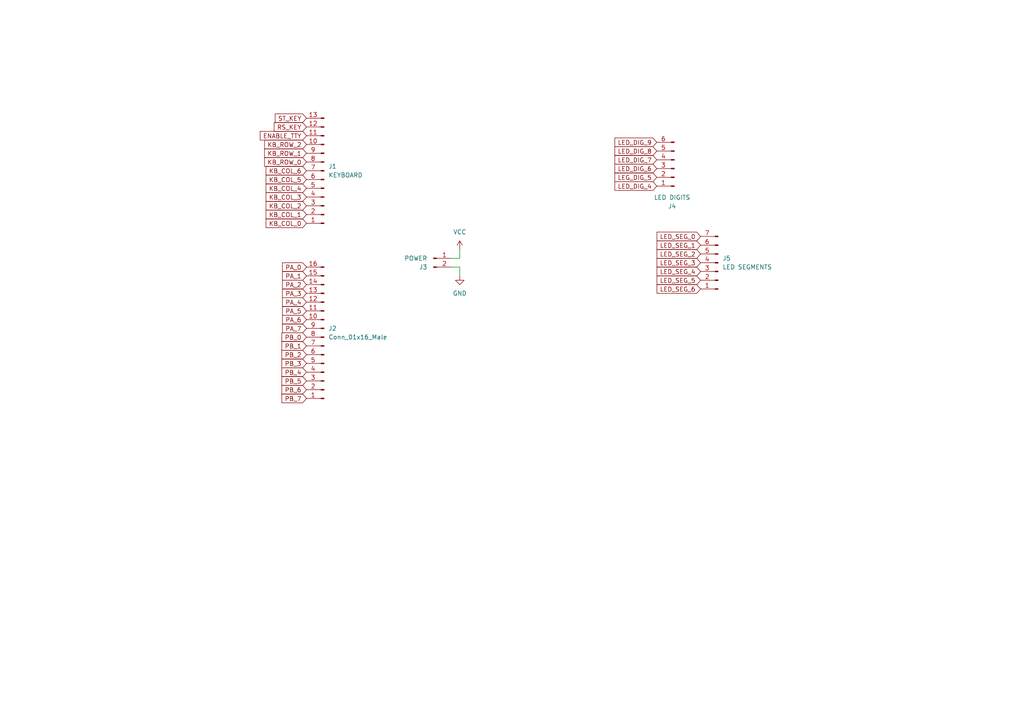
<source format=kicad_sch>
(kicad_sch (version 20211123) (generator eeschema)
  (paper "A4")
  (lib_symbols
    (symbol "Connector:Conn_01x02_Male" (pin_names (offset 1.016) hide)
      (property "Reference" "J" (at 0 2.54 0))
      (property "Value" "Conn_01x02_Male" (at 0 -5.08 0))
      (symbol "Conn_01x02_Male_1_1"
        (polyline (pts (xy 1.27 -2.54) (xy 0.8636 -2.54)) (stroke (width 0.1524)))
        (polyline (pts (xy 1.27 0) (xy 0.8636 0)) (stroke (width 0.1524)))
        (rectangle (start 0.8636 -2.413) (end 0 -2.667) (stroke (width 0.1524)) (fill (type outline)))
        (rectangle (start 0.8636 0.127) (end 0 -0.127) (stroke (width 0.1524)) (fill (type outline)))
        (pin passive line (at 5.08 0 180) (length 3.81) (name "Pin_1") (number "1"))
        (pin passive line (at 5.08 -2.54 180) (length 3.81) (name "Pin_2") (number "2"))
      )
    )
    (symbol "Connector:Conn_01x06_Male" (pin_names (offset 1.016) hide)
      (property "Reference" "J" (at 0 7.62 0))
      (property "Value" "Conn_01x06_Male" (at 0 -10.16 0))
      (symbol "Conn_01x06_Male_1_1"
        (polyline (pts (xy 1.27 -7.62) (xy 0.8636 -7.62)) (stroke (width 0.1524)))
        (polyline (pts (xy 1.27 -5.08) (xy 0.8636 -5.08)) (stroke (width 0.1524)))
        (polyline (pts (xy 1.27 -2.54) (xy 0.8636 -2.54)) (stroke (width 0.1524)))
        (polyline (pts (xy 1.27 0) (xy 0.8636 0)) (stroke (width 0.1524)))
        (polyline (pts (xy 1.27 2.54) (xy 0.8636 2.54)) (stroke (width 0.1524)))
        (polyline (pts (xy 1.27 5.08) (xy 0.8636 5.08)) (stroke (width 0.1524)))
        (rectangle (start 0.8636 -7.493) (end 0 -7.747) (stroke (width 0.1524)) (fill (type outline)))
        (rectangle (start 0.8636 -4.953) (end 0 -5.207) (stroke (width 0.1524)) (fill (type outline)))
        (rectangle (start 0.8636 -2.413) (end 0 -2.667) (stroke (width 0.1524)) (fill (type outline)))
        (rectangle (start 0.8636 0.127) (end 0 -0.127) (stroke (width 0.1524)) (fill (type outline)))
        (rectangle (start 0.8636 2.667) (end 0 2.413) (stroke (width 0.1524)) (fill (type outline)))
        (rectangle (start 0.8636 5.207) (end 0 4.953) (stroke (width 0.1524)) (fill (type outline)))
        (pin passive line (at 5.08 5.08 180) (length 3.81) (name "Pin_1") (number "1"))
        (pin passive line (at 5.08 2.54 180) (length 3.81) (name "Pin_2") (number "2"))
        (pin passive line (at 5.08 0 180) (length 3.81) (name "Pin_3") (number "3"))
        (pin passive line (at 5.08 -2.54 180) (length 3.81) (name "Pin_4") (number "4"))
        (pin passive line (at 5.08 -5.08 180) (length 3.81) (name "Pin_5") (number "5"))
        (pin passive line (at 5.08 -7.62 180) (length 3.81) (name "Pin_6") (number "6"))
      )
    )
    (symbol "Connector:Conn_01x07_Male" (pin_names (offset 1.016) hide)
      (property "Reference" "J" (at 0 10.16 0))
      (property "Value" "Conn_01x07_Male" (at 0 -10.16 0))
      (symbol "Conn_01x07_Male_1_1"
        (polyline (pts (xy 1.27 -7.62) (xy 0.8636 -7.62)) (stroke (width 0.1524)))
        (polyline (pts (xy 1.27 -5.08) (xy 0.8636 -5.08)) (stroke (width 0.1524)))
        (polyline (pts (xy 1.27 -2.54) (xy 0.8636 -2.54)) (stroke (width 0.1524)))
        (polyline (pts (xy 1.27 0) (xy 0.8636 0)) (stroke (width 0.1524)))
        (polyline (pts (xy 1.27 2.54) (xy 0.8636 2.54)) (stroke (width 0.1524)))
        (polyline (pts (xy 1.27 5.08) (xy 0.8636 5.08)) (stroke (width 0.1524)))
        (polyline (pts (xy 1.27 7.62) (xy 0.8636 7.62)) (stroke (width 0.1524)))
        (rectangle (start 0.8636 -7.493) (end 0 -7.747) (stroke (width 0.1524)) (fill (type outline)))
        (rectangle (start 0.8636 -4.953) (end 0 -5.207) (stroke (width 0.1524)) (fill (type outline)))
        (rectangle (start 0.8636 -2.413) (end 0 -2.667) (stroke (width 0.1524)) (fill (type outline)))
        (rectangle (start 0.8636 0.127) (end 0 -0.127) (stroke (width 0.1524)) (fill (type outline)))
        (rectangle (start 0.8636 2.667) (end 0 2.413) (stroke (width 0.1524)) (fill (type outline)))
        (rectangle (start 0.8636 5.207) (end 0 4.953) (stroke (width 0.1524)) (fill (type outline)))
        (rectangle (start 0.8636 7.747) (end 0 7.493) (stroke (width 0.1524)) (fill (type outline)))
        (pin passive line (at 5.08 7.62 180) (length 3.81) (name "Pin_1") (number "1"))
        (pin passive line (at 5.08 5.08 180) (length 3.81) (name "Pin_2") (number "2"))
        (pin passive line (at 5.08 2.54 180) (length 3.81) (name "Pin_3") (number "3"))
        (pin passive line (at 5.08 0 180) (length 3.81) (name "Pin_4") (number "4"))
        (pin passive line (at 5.08 -2.54 180) (length 3.81) (name "Pin_5") (number "5"))
        (pin passive line (at 5.08 -5.08 180) (length 3.81) (name "Pin_6") (number "6"))
        (pin passive line (at 5.08 -7.62 180) (length 3.81) (name "Pin_7") (number "7"))
      )
    )
    (symbol "Connector:Conn_01x13_Male" (pin_names (offset 1.016) hide)
      (property "Reference" "J" (at 0 17.78 0))
      (property "Value" "Conn_01x13_Male" (at 0 -17.78 0))
      (symbol "Conn_01x13_Male_1_1"
        (polyline (pts (xy 1.27 -15.24) (xy 0.8636 -15.24)) (stroke (width 0.1524)))
        (polyline (pts (xy 1.27 -12.7) (xy 0.8636 -12.7)) (stroke (width 0.1524)))
        (polyline (pts (xy 1.27 -10.16) (xy 0.8636 -10.16)) (stroke (width 0.1524)))
        (polyline (pts (xy 1.27 -7.62) (xy 0.8636 -7.62)) (stroke (width 0.1524)))
        (polyline (pts (xy 1.27 -5.08) (xy 0.8636 -5.08)) (stroke (width 0.1524)))
        (polyline (pts (xy 1.27 -2.54) (xy 0.8636 -2.54)) (stroke (width 0.1524)))
        (polyline (pts (xy 1.27 0) (xy 0.8636 0)) (stroke (width 0.1524)))
        (polyline (pts (xy 1.27 2.54) (xy 0.8636 2.54)) (stroke (width 0.1524)))
        (polyline (pts (xy 1.27 5.08) (xy 0.8636 5.08)) (stroke (width 0.1524)))
        (polyline (pts (xy 1.27 7.62) (xy 0.8636 7.62)) (stroke (width 0.1524)))
        (polyline (pts (xy 1.27 10.16) (xy 0.8636 10.16)) (stroke (width 0.1524)))
        (polyline (pts (xy 1.27 12.7) (xy 0.8636 12.7)) (stroke (width 0.1524)))
        (polyline (pts (xy 1.27 15.24) (xy 0.8636 15.24)) (stroke (width 0.1524)))
        (rectangle (start 0.8636 -15.113) (end 0 -15.367) (stroke (width 0.1524)) (fill (type outline)))
        (rectangle (start 0.8636 -12.573) (end 0 -12.827) (stroke (width 0.1524)) (fill (type outline)))
        (rectangle (start 0.8636 -10.033) (end 0 -10.287) (stroke (width 0.1524)) (fill (type outline)))
        (rectangle (start 0.8636 -7.493) (end 0 -7.747) (stroke (width 0.1524)) (fill (type outline)))
        (rectangle (start 0.8636 -4.953) (end 0 -5.207) (stroke (width 0.1524)) (fill (type outline)))
        (rectangle (start 0.8636 -2.413) (end 0 -2.667) (stroke (width 0.1524)) (fill (type outline)))
        (rectangle (start 0.8636 0.127) (end 0 -0.127) (stroke (width 0.1524)) (fill (type outline)))
        (rectangle (start 0.8636 2.667) (end 0 2.413) (stroke (width 0.1524)) (fill (type outline)))
        (rectangle (start 0.8636 5.207) (end 0 4.953) (stroke (width 0.1524)) (fill (type outline)))
        (rectangle (start 0.8636 7.747) (end 0 7.493) (stroke (width 0.1524)) (fill (type outline)))
        (rectangle (start 0.8636 10.287) (end 0 10.033) (stroke (width 0.1524)) (fill (type outline)))
        (rectangle (start 0.8636 12.827) (end 0 12.573) (stroke (width 0.1524)) (fill (type outline)))
        (rectangle (start 0.8636 15.367) (end 0 15.113) (stroke (width 0.1524)) (fill (type outline)))
        (pin passive line (at 5.08 15.24 180) (length 3.81) (name "Pin_1") (number "1"))
        (pin passive line (at 5.08 -7.62 180) (length 3.81) (name "Pin_10") (number "10"))
        (pin passive line (at 5.08 -10.16 180) (length 3.81) (name "Pin_11") (number "11"))
        (pin passive line (at 5.08 -12.7 180) (length 3.81) (name "Pin_12") (number "12"))
        (pin passive line (at 5.08 -15.24 180) (length 3.81) (name "Pin_13") (number "13"))
        (pin passive line (at 5.08 12.7 180) (length 3.81) (name "Pin_2") (number "2"))
        (pin passive line (at 5.08 10.16 180) (length 3.81) (name "Pin_3") (number "3"))
        (pin passive line (at 5.08 7.62 180) (length 3.81) (name "Pin_4") (number "4"))
        (pin passive line (at 5.08 5.08 180) (length 3.81) (name "Pin_5") (number "5"))
        (pin passive line (at 5.08 2.54 180) (length 3.81) (name "Pin_6") (number "6"))
        (pin passive line (at 5.08 0 180) (length 3.81) (name "Pin_7") (number "7"))
        (pin passive line (at 5.08 -2.54 180) (length 3.81) (name "Pin_8") (number "8"))
        (pin passive line (at 5.08 -5.08 180) (length 3.81) (name "Pin_9") (number "9"))
      )
    )
    (symbol "Connector:Conn_01x16_Male" (pin_names (offset 1.016) hide)
      (property "Reference" "J" (at 0 20.32 0))
      (property "Value" "Conn_01x16_Male" (at 0 -22.86 0))
      (symbol "Conn_01x16_Male_1_1"
        (polyline (pts (xy 1.27 -20.32) (xy 0.8636 -20.32)) (stroke (width 0.1524)))
        (polyline (pts (xy 1.27 -17.78) (xy 0.8636 -17.78)) (stroke (width 0.1524)))
        (polyline (pts (xy 1.27 -15.24) (xy 0.8636 -15.24)) (stroke (width 0.1524)))
        (polyline (pts (xy 1.27 -12.7) (xy 0.8636 -12.7)) (stroke (width 0.1524)))
        (polyline (pts (xy 1.27 -10.16) (xy 0.8636 -10.16)) (stroke (width 0.1524)))
        (polyline (pts (xy 1.27 -7.62) (xy 0.8636 -7.62)) (stroke (width 0.1524)))
        (polyline (pts (xy 1.27 -5.08) (xy 0.8636 -5.08)) (stroke (width 0.1524)))
        (polyline (pts (xy 1.27 -2.54) (xy 0.8636 -2.54)) (stroke (width 0.1524)))
        (polyline (pts (xy 1.27 0) (xy 0.8636 0)) (stroke (width 0.1524)))
        (polyline (pts (xy 1.27 2.54) (xy 0.8636 2.54)) (stroke (width 0.1524)))
        (polyline (pts (xy 1.27 5.08) (xy 0.8636 5.08)) (stroke (width 0.1524)))
        (polyline (pts (xy 1.27 7.62) (xy 0.8636 7.62)) (stroke (width 0.1524)))
        (polyline (pts (xy 1.27 10.16) (xy 0.8636 10.16)) (stroke (width 0.1524)))
        (polyline (pts (xy 1.27 12.7) (xy 0.8636 12.7)) (stroke (width 0.1524)))
        (polyline (pts (xy 1.27 15.24) (xy 0.8636 15.24)) (stroke (width 0.1524)))
        (polyline (pts (xy 1.27 17.78) (xy 0.8636 17.78)) (stroke (width 0.1524)))
        (rectangle (start 0.8636 -20.193) (end 0 -20.447) (stroke (width 0.1524)) (fill (type outline)))
        (rectangle (start 0.8636 -17.653) (end 0 -17.907) (stroke (width 0.1524)) (fill (type outline)))
        (rectangle (start 0.8636 -15.113) (end 0 -15.367) (stroke (width 0.1524)) (fill (type outline)))
        (rectangle (start 0.8636 -12.573) (end 0 -12.827) (stroke (width 0.1524)) (fill (type outline)))
        (rectangle (start 0.8636 -10.033) (end 0 -10.287) (stroke (width 0.1524)) (fill (type outline)))
        (rectangle (start 0.8636 -7.493) (end 0 -7.747) (stroke (width 0.1524)) (fill (type outline)))
        (rectangle (start 0.8636 -4.953) (end 0 -5.207) (stroke (width 0.1524)) (fill (type outline)))
        (rectangle (start 0.8636 -2.413) (end 0 -2.667) (stroke (width 0.1524)) (fill (type outline)))
        (rectangle (start 0.8636 0.127) (end 0 -0.127) (stroke (width 0.1524)) (fill (type outline)))
        (rectangle (start 0.8636 2.667) (end 0 2.413) (stroke (width 0.1524)) (fill (type outline)))
        (rectangle (start 0.8636 5.207) (end 0 4.953) (stroke (width 0.1524)) (fill (type outline)))
        (rectangle (start 0.8636 7.747) (end 0 7.493) (stroke (width 0.1524)) (fill (type outline)))
        (rectangle (start 0.8636 10.287) (end 0 10.033) (stroke (width 0.1524)) (fill (type outline)))
        (rectangle (start 0.8636 12.827) (end 0 12.573) (stroke (width 0.1524)) (fill (type outline)))
        (rectangle (start 0.8636 15.367) (end 0 15.113) (stroke (width 0.1524)) (fill (type outline)))
        (rectangle (start 0.8636 17.907) (end 0 17.653) (stroke (width 0.1524)) (fill (type outline)))
        (pin passive line (at 5.08 17.78 180) (length 3.81) (name "Pin_1") (number "1"))
        (pin passive line (at 5.08 -5.08 180) (length 3.81) (name "Pin_10") (number "10"))
        (pin passive line (at 5.08 -7.62 180) (length 3.81) (name "Pin_11") (number "11"))
        (pin passive line (at 5.08 -10.16 180) (length 3.81) (name "Pin_12") (number "12"))
        (pin passive line (at 5.08 -12.7 180) (length 3.81) (name "Pin_13") (number "13"))
        (pin passive line (at 5.08 -15.24 180) (length 3.81) (name "Pin_14") (number "14"))
        (pin passive line (at 5.08 -17.78 180) (length 3.81) (name "Pin_15") (number "15"))
        (pin passive line (at 5.08 -20.32 180) (length 3.81) (name "Pin_16") (number "16"))
        (pin passive line (at 5.08 15.24 180) (length 3.81) (name "Pin_2") (number "2"))
        (pin passive line (at 5.08 12.7 180) (length 3.81) (name "Pin_3") (number "3"))
        (pin passive line (at 5.08 10.16 180) (length 3.81) (name "Pin_4") (number "4"))
        (pin passive line (at 5.08 7.62 180) (length 3.81) (name "Pin_5") (number "5"))
        (pin passive line (at 5.08 5.08 180) (length 3.81) (name "Pin_6") (number "6"))
        (pin passive line (at 5.08 2.54 180) (length 3.81) (name "Pin_7") (number "7"))
        (pin passive line (at 5.08 0 180) (length 3.81) (name "Pin_8") (number "8"))
        (pin passive line (at 5.08 -2.54 180) (length 3.81) (name "Pin_9") (number "9"))
      )
    )
    (symbol "power:GND" (power) (pin_names (offset 0))
      (property "Value" "GND" (at 0 -3.81 0))
      (symbol "GND_0_1"
        (polyline (pts (xy 0 0) (xy 0 -1.27) (xy 1.27 -1.27) (xy 0 -2.54) (xy -1.27 -1.27) (xy 0 -1.27)))
      )
      (symbol "GND_1_1"
        (pin power_in line (at 0 0 270) (length 0) hide (name "GND") (number "1"))
      )
    )
    (symbol "power:VCC" (power) (pin_names (offset 0))
      (property "Value" "VCC" (at 0 3.81 0))
      (symbol "VCC_0_1"
        (polyline (pts (xy -0.762 1.27) (xy 0 2.54)))
        (polyline (pts (xy 0 0) (xy 0 2.54)))
        (polyline (pts (xy 0 2.54) (xy 0.762 1.27)))
      )
      (symbol "VCC_1_1"
        (pin power_in line (at 0 0 90) (length 0) hide (name "VCC") (number "1"))
      )
    )
  )
  (wire (pts (xy 133.35 77.47) (xy 133.35 80.01)))
  (wire (pts (xy 130.81 77.47) (xy 133.35 77.47)))
  (wire (pts (xy 133.35 72.39) (xy 133.35 74.93)))
  (wire (pts (xy 130.81 74.93) (xy 133.35 74.93)))
  (global_label "KB_ROW_2" (shape input) (at 88.9 41.91 180) (property "Intersheet References" "${INTERSHEET_REFS}" (effects hide)))
  (global_label "LED_DIG_7" (shape input) (at 190.5 46.355 180) (property "Intersheet References" "${INTERSHEET_REFS}" (effects hide)))
  (global_label "LED_DIG_4" (shape input) (at 190.5 53.975 180) (property "Intersheet References" "${INTERSHEET_REFS}" (effects hide)))
  (global_label "ENABLE_TTY" (shape input) (at 88.9 39.37 180) (property "Intersheet References" "${INTERSHEET_REFS}" (effects hide)))
  (global_label "PB_7" (shape input) (at 88.9 115.57 180) (property "Intersheet References" "${INTERSHEET_REFS}" (effects hide)))
  (global_label "LED_SEG_0" (shape input) (at 203.2 68.58 180) (property "Intersheet References" "${INTERSHEET_REFS}" (effects hide)))
  (global_label "LED_DIG_6" (shape input) (at 190.5 48.895 180) (property "Intersheet References" "${INTERSHEET_REFS}" (effects hide)))
  (global_label "PA_2" (shape input) (at 88.9 82.55 180) (property "Intersheet References" "${INTERSHEET_REFS}" (effects hide)))
  (global_label "PB_2" (shape input) (at 88.9 102.87 180) (property "Intersheet References" "${INTERSHEET_REFS}" (effects hide)))
  (global_label "LED_DIG_9" (shape input) (at 190.5 41.275 180) (property "Intersheet References" "${INTERSHEET_REFS}" (effects hide)))
  (global_label "PA_0" (shape input) (at 88.9 77.47 180) (property "Intersheet References" "${INTERSHEET_REFS}" (effects hide)))
  (global_label "PA_3" (shape input) (at 88.9 85.09 180) (property "Intersheet References" "${INTERSHEET_REFS}" (effects hide)))
  (global_label "KB_ROW_0" (shape input) (at 88.9 46.99 180) (property "Intersheet References" "${INTERSHEET_REFS}" (effects hide)))
  (global_label "KB_ROW_1" (shape input) (at 88.9 44.45 180) (property "Intersheet References" "${INTERSHEET_REFS}" (effects hide)))
  (global_label "KB_COL_3" (shape input) (at 88.9 57.15 180) (property "Intersheet References" "${INTERSHEET_REFS}" (effects hide)))
  (global_label "LED_SEG_6" (shape input) (at 203.2 83.82 180) (property "Intersheet References" "${INTERSHEET_REFS}" (effects hide)))
  (global_label "ST_KEY" (shape input) (at 88.9 34.29 180) (property "Intersheet References" "${INTERSHEET_REFS}" (effects hide)))
  (global_label "PA_5" (shape input) (at 88.9 90.17 180) (property "Intersheet References" "${INTERSHEET_REFS}" (effects hide)))
  (global_label "RS_KEY" (shape input) (at 88.9 36.83 180) (property "Intersheet References" "${INTERSHEET_REFS}" (effects hide)))
  (global_label "LED_SEG_2" (shape input) (at 203.2 73.66 180) (property "Intersheet References" "${INTERSHEET_REFS}" (effects hide)))
  (global_label "LED_SEG_1" (shape input) (at 203.2 71.12 180) (property "Intersheet References" "${INTERSHEET_REFS}" (effects hide)))
  (global_label "PB_3" (shape input) (at 88.9 105.41 180) (property "Intersheet References" "${INTERSHEET_REFS}" (effects hide)))
  (global_label "KB_COL_1" (shape input) (at 88.9 62.23 180) (property "Intersheet References" "${INTERSHEET_REFS}" (effects hide)))
  (global_label "PB_0" (shape input) (at 88.9 97.79 180) (property "Intersheet References" "${INTERSHEET_REFS}" (effects hide)))
  (global_label "LED_SEG_3" (shape input) (at 203.2 76.2 180) (property "Intersheet References" "${INTERSHEET_REFS}" (effects hide)))
  (global_label "KB_COL_0" (shape input) (at 88.9 64.77 180) (property "Intersheet References" "${INTERSHEET_REFS}" (effects hide)))
  (global_label "LED_SEG_4" (shape input) (at 203.2 78.74 180) (property "Intersheet References" "${INTERSHEET_REFS}" (effects hide)))
  (global_label "KB_COL_6" (shape input) (at 88.9 49.53 180) (property "Intersheet References" "${INTERSHEET_REFS}" (effects hide)))
  (global_label "LEG_DIG_5" (shape input) (at 190.5 51.435 180) (property "Intersheet References" "${INTERSHEET_REFS}" (effects hide)))
  (global_label "KB_COL_5" (shape input) (at 88.9 52.07 180) (property "Intersheet References" "${INTERSHEET_REFS}" (effects hide)))
  (global_label "PA_4" (shape input) (at 88.9 87.63 180) (property "Intersheet References" "${INTERSHEET_REFS}" (effects hide)))
  (global_label "PB_1" (shape input) (at 88.9 100.33 180) (property "Intersheet References" "${INTERSHEET_REFS}" (effects hide)))
  (global_label "PB_5" (shape input) (at 88.9 110.49 180) (property "Intersheet References" "${INTERSHEET_REFS}" (effects hide)))
  (global_label "PB_6" (shape input) (at 88.9 113.03 180) (property "Intersheet References" "${INTERSHEET_REFS}" (effects hide)))
  (global_label "PA_6" (shape input) (at 88.9 92.71 180) (property "Intersheet References" "${INTERSHEET_REFS}" (effects hide)))
  (global_label "KB_COL_4" (shape input) (at 88.9 54.61 180) (property "Intersheet References" "${INTERSHEET_REFS}" (effects hide)))
  (global_label "PB_4" (shape input) (at 88.9 107.95 180) (property "Intersheet References" "${INTERSHEET_REFS}" (effects hide)))
  (global_label "PA_1" (shape input) (at 88.9 80.01 180) (property "Intersheet References" "${INTERSHEET_REFS}" (effects hide)))
  (global_label "LED_DIG_8" (shape input) (at 190.5 43.815 180) (property "Intersheet References" "${INTERSHEET_REFS}" (effects hide)))
  (global_label "PA_7" (shape input) (at 88.9 95.25 180) (property "Intersheet References" "${INTERSHEET_REFS}" (effects hide)))
  (global_label "LED_SEG_5" (shape input) (at 203.2 81.28 180) (property "Intersheet References" "${INTERSHEET_REFS}" (effects hide)))
  (global_label "KB_COL_2" (shape input) (at 88.9 59.69 180) (property "Intersheet References" "${INTERSHEET_REFS}" (effects hide)))
  (symbol (lib_id "power:VCC") (at 133.35 72.39 0) (unit 1)
    (property "Reference" "#PWR06" (effects hide))
    (property "Value" "VCC" (at 133.35 67.31 0))
  )
  (symbol (lib_id "Connector:Conn_01x02_Male") (at 125.73 74.93 0) (unit 1)
    (property "Reference" "J3" (at 123.952 77.4701 0) (effects (justify right)))
    (property "Value" "POWER" (at 123.952 74.9301 0) (effects (justify right)))
    (property "Footprint" "Connector_PinHeader_1.27mm:PinHeader_1x02_P1.27mm_Horizontal" (effects hide))
  )
  (symbol (lib_id "Connector:Conn_01x16_Male") (at 93.98 97.79 180) (unit 1)
    (property "Reference" "J2" (at 95.25 95.2499 0) (effects (justify right)))
    (property "Value" "Conn_01x16_Male" (at 95.25 97.7899 0) (effects (justify right)))
    (property "Footprint" "Connector_PinHeader_1.27mm:PinHeader_1x16_P1.27mm_Horizontal" (effects hide))
  )
  (symbol (lib_id "Connector:Conn_01x13_Male") (at 93.98 49.53 180) (unit 1)
    (property "Reference" "J1" (at 95.25 48.2599 0) (effects (justify right)))
    (property "Value" "KEYBOARD" (at 95.25 50.7999 0) (effects (justify right)))
    (property "Footprint" "Connector_PinHeader_1.27mm:PinHeader_1x13_P1.27mm_Horizontal" (effects hide))
  )
  (symbol (lib_id "Connector:Conn_01x06_Male") (at 195.58 48.895 180) (unit 1)
    (property "Reference" "J4" (at 194.945 59.817 0))
    (property "Value" "LED DIGITS" (at 194.945 57.277 0))
    (property "Footprint" "Connector_PinHeader_2.54mm:PinHeader_1x06_P2.54mm_Horizontal" (effects hide))
  )
  (symbol (lib_id "power:GND") (at 133.35 80.01 0) (unit 1)
    (property "Reference" "#PWR07" (effects hide))
    (property "Value" "GND" (at 133.35 85.09 0))
  )
  (symbol (lib_id "Connector:Conn_01x07_Male") (at 208.28 76.2 180) (unit 1)
    (property "Reference" "J5" (at 209.55 74.9299 0) (effects (justify right)))
    (property "Value" "LED SEGMENTS" (at 209.55 77.4699 0) (effects (justify right)))
    (property "Footprint" "Connector_PinHeader_2.54mm:PinHeader_1x07_P2.54mm_Horizontal" (effects hide))
  )
)
</source>
